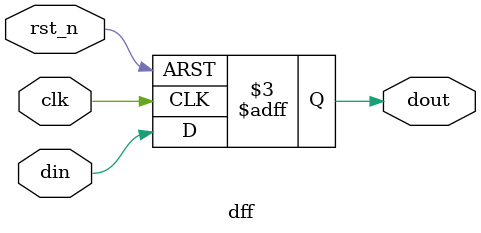
<source format=v>
module dff(
    input     wire        clk,
    input     wire        rst_n,
    input     wire        din,
    output    reg         dout
);
    always @ (posedge clk or negedge rst_n)
        if (!rst_n) begin
            dout <= 1'b0;
        end
        else begin
            dout <= din;
        end
     

endmodule
</source>
